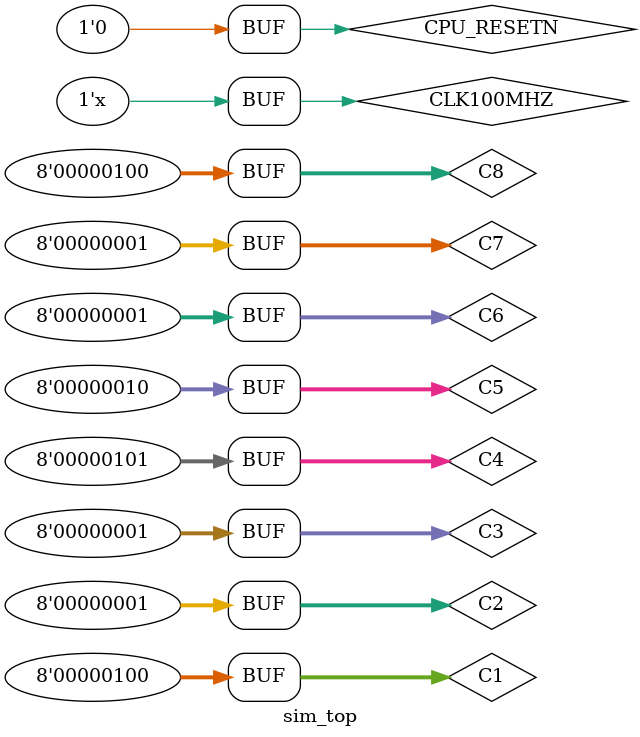
<source format=sv>
`timescale 1ns / 1ps


module sim_top();

    logic CLK100MHZ;
    logic CPU_RESETN;
     logic [7:0] CellState;
   
     logic [7:0] C1,C2,C3,C4,C5,C6,C7,C8;

    TOP        top_inst(
                    .CLK100MHZ(CLK100MHZ),
                    .CPU_RESETN(CPU_RESETN),
                    .CellState(CellState),
                    
                    
                    .C0(CellState),
                    .C1(C1),
                    .C2(C2),
                    .C3(C3),
                    .C4(C4),
                    .C5(C5),
                    .C6(C6),
                    .C7(C7),
                    .C8(C8)
                    
                    )     ;
     
    
    
        always begin
        #1 
        CLK100MHZ = ~CLK100MHZ;
        
        
    end    
    initial begin
    CLK100MHZ = 1;    
    CPU_RESETN = 1;
    
    #10
    
    CPU_RESETN = 0;
    
    C1 = 1 ;
    C2 = 1 ;
    C3 = 1 ;
    C4 = 1 ;
    C5 = 1 ;
    C6 = 1 ;
    C7 = 1 ;
    C8 = 1 ;
    
    #5
    C4 = 'd2;
    C8 = 'd2 ;
    
    #5
    C1 = 'd4 ;
    C2 = 'd1 ;
    C3 = 'd1 ;
    C4 = 'd5 ;
    C5 = 'd2 ;
    C6 = 'd1 ;
    C7 = 'd1 ;
    C8 = 'd4 ;
    
    
    
    
    end
    
endmodule

</source>
